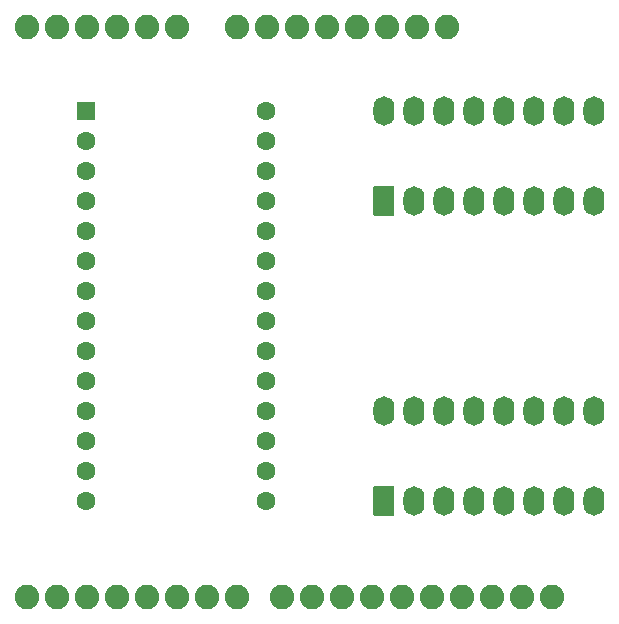
<source format=gbs>
G04 Layer: BottomSolderMaskLayer*
G04 EasyEDA v6.5.47, 2024-10-06 10:48:52*
G04 7f18c47773b3442c901778b5daae8bd2,c2b9568e21e3459f90af4e12abca8b04,10*
G04 Gerber Generator version 0.2*
G04 Scale: 100 percent, Rotated: No, Reflected: No *
G04 Dimensions in millimeters *
G04 leading zeros omitted , absolute positions ,4 integer and 5 decimal *
%FSLAX45Y45*%
%MOMM*%

%AMMACRO1*4,1,8,-0.7407,-0.8001,-0.8001,-0.7404,-0.8001,0.7407,-0.7407,0.8001,0.7404,0.8001,0.8001,0.7407,0.8001,-0.7404,0.7404,-0.8001,-0.7407,-0.8001,0*%
%AMMACRO2*4,1,8,-0.8296,-1.2446,-0.889,-1.1849,-0.889,1.1852,-0.8296,1.2446,0.8293,1.2446,0.889,1.1852,0.889,-1.1849,0.8293,-1.2446,-0.8296,-1.2446,0*%
%ADD10MACRO1*%
%ADD11C,1.6002*%
%ADD12C,2.0828*%
%ADD13MACRO2*%
%ADD14O,1.778X2.4892000000000003*%

%LPD*%
D10*
G01*
X4711700Y-2667000D03*
D11*
G01*
X4711700Y-2921000D03*
G01*
X4711700Y-3175000D03*
G01*
X4711700Y-3429000D03*
G01*
X4711700Y-3683000D03*
G01*
X4711700Y-3937000D03*
G01*
X4711700Y-4191000D03*
G01*
X4711700Y-4445000D03*
G01*
X4711700Y-4699000D03*
G01*
X4711700Y-4953000D03*
G01*
X4711700Y-5207000D03*
G01*
X4711700Y-5461000D03*
G01*
X4711700Y-5715000D03*
G01*
X4711700Y-5969000D03*
G01*
X6235700Y-5969000D03*
G01*
X6235700Y-5715000D03*
G01*
X6235700Y-5461000D03*
G01*
X6235700Y-5207000D03*
G01*
X6235700Y-4953000D03*
G01*
X6235700Y-4699000D03*
G01*
X6235700Y-4445000D03*
G01*
X6235700Y-4191000D03*
G01*
X6235700Y-3937000D03*
G01*
X6235700Y-3683000D03*
G01*
X6235700Y-3429000D03*
G01*
X6235700Y-3175000D03*
G01*
X6235700Y-2921000D03*
G01*
X6235700Y-2667000D03*
D12*
G01*
X7264400Y-1955800D03*
G01*
X7010400Y-1955800D03*
G01*
X6756400Y-1955800D03*
G01*
X6502400Y-1955800D03*
G01*
X6248400Y-1955800D03*
G01*
X5994400Y-1955800D03*
G01*
X5486400Y-1955800D03*
G01*
X5232400Y-1955800D03*
G01*
X4978400Y-1955800D03*
G01*
X4724400Y-1955800D03*
G01*
X4470400Y-1955800D03*
G01*
X4216400Y-1955800D03*
G01*
X4216400Y-6781800D03*
G01*
X4470400Y-6781800D03*
G01*
X4724400Y-6781800D03*
G01*
X4978400Y-6781800D03*
G01*
X5232400Y-6781800D03*
G01*
X5486400Y-6781800D03*
G01*
X5740400Y-6781800D03*
G01*
X5994400Y-6781800D03*
G01*
X6375400Y-6781800D03*
G01*
X6629400Y-6781800D03*
G01*
X6883400Y-6781800D03*
G01*
X7137400Y-6781800D03*
G01*
X7391400Y-6781800D03*
G01*
X7645400Y-6781800D03*
G01*
X7899400Y-6781800D03*
G01*
X8153400Y-6781800D03*
G01*
X8407400Y-6781800D03*
G01*
X8661400Y-6781800D03*
G01*
X7518400Y-1955800D03*
G01*
X7772400Y-1955800D03*
D13*
G01*
X7239000Y-5969000D03*
D14*
G01*
X7493000Y-5969000D03*
G01*
X7747000Y-5969000D03*
G01*
X8001000Y-5969000D03*
G01*
X8255000Y-5969000D03*
G01*
X8509000Y-5969000D03*
G01*
X8763000Y-5969000D03*
G01*
X9017000Y-5969000D03*
G01*
X9017000Y-5207000D03*
G01*
X8763000Y-5207000D03*
G01*
X8509000Y-5207000D03*
G01*
X8255000Y-5207000D03*
G01*
X8001000Y-5207000D03*
G01*
X7747000Y-5207000D03*
G01*
X7493000Y-5207000D03*
G01*
X7239000Y-5207000D03*
D13*
G01*
X7239000Y-3429000D03*
D14*
G01*
X7493000Y-3429000D03*
G01*
X7747000Y-3429000D03*
G01*
X8001000Y-3429000D03*
G01*
X8255000Y-3429000D03*
G01*
X8509000Y-3429000D03*
G01*
X8763000Y-3429000D03*
G01*
X9017000Y-3429000D03*
G01*
X9017000Y-2667000D03*
G01*
X8763000Y-2667000D03*
G01*
X8509000Y-2667000D03*
G01*
X8255000Y-2667000D03*
G01*
X8001000Y-2667000D03*
G01*
X7747000Y-2667000D03*
G01*
X7493000Y-2667000D03*
G01*
X7239000Y-2667000D03*
M02*

</source>
